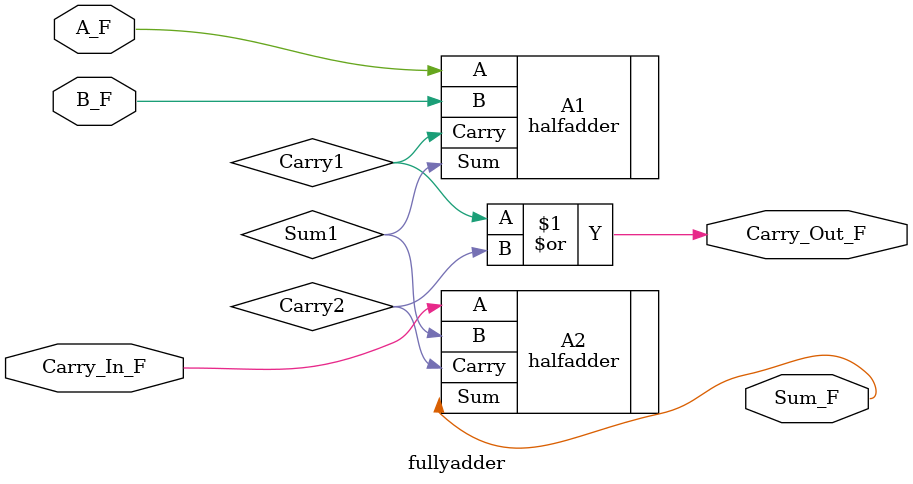
<source format=v>
`timescale 1ns / 1ps


module fullyadder (
    input A_F,B_F,
    input Carry_In_F,
    output Sum_F,Carry_Out_F  
);
    wire Carry1,Carry2,Sum1;
    halfadder A1(
        .A(A_F),
        .B(B_F),
        .Carry(Carry1),
        .Sum(Sum1)
    );

 halfadder A2(
        .A(Carry_In_F),
        .B(Sum1),
        .Carry(Carry2),
        .Sum(Sum_F)
    );
    assign Carry_Out_F= Carry1 | Carry2;

endmodule

</source>
